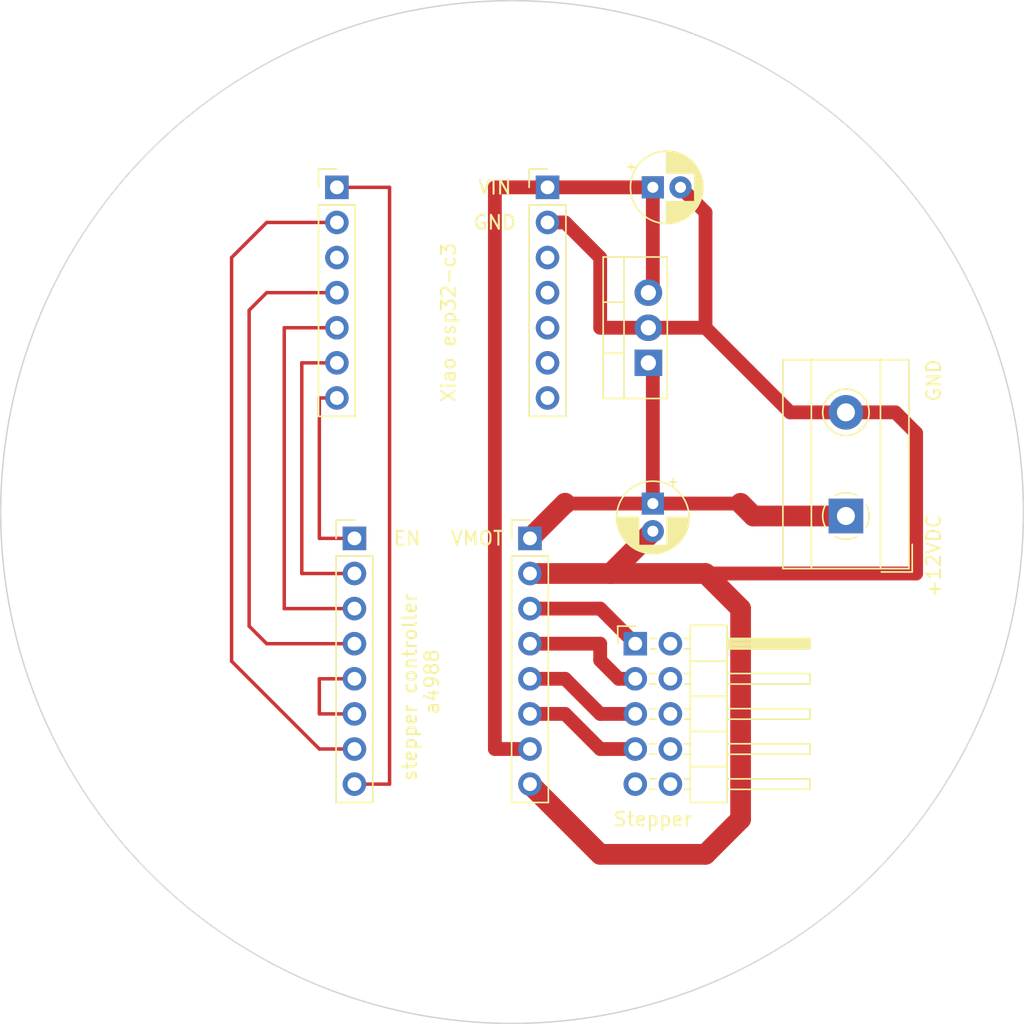
<source format=kicad_pcb>
(kicad_pcb (version 20221018) (generator pcbnew)
  (layers (0 "F.Cu" signal) (31 "B.Cu" signal) (34 "B.Paste" user) (35 "F.Paste" user) (36 "B.SilkS" user "B.Silkscreen") (37 "F.SilkS" user "F.Silkscreen") (38 "B.Mask" user) (39 "F.Mask" user) (44 "Edge.Cuts" user))
  (net 0 "")
  (net 1 "Net-(J4-Pin_1)")
  (net 2 "Net-(J1-Pin_1)")
  (net 3 "Net-(J1-Pin_2)")
  (net 5 "Net-(J1-Pin_4)")
  (net 6 "Net-(J1-Pin_5)")
  (net 7 "Net-(J1-Pin_6)")
  (net 8 "Net-(J1-Pin_7)")
  (net 9 "GND")
  (net 10 "Net-(J2-Pin_5)")
  (net 16 "Net-(J4-Pin_3)")
  (net 17 "Net-(J4-Pin_4)")
  (net 18 "Net-(J4-Pin_5)")
  (net 19 "Net-(J4-Pin_6)")
  (net 20 "+5V")
  (footprint "MountingHole:MountingHole_3.2mm_M3" (layer "F.Cu") (at 106.68 95.25)
    (fp_text reference "H2" hide)
    (fp_text value "MountingHole")
    (pad "" np_thru_hole circle (at 0 0) (size 3.2 3.2) (drill 3.2) (layers "*.Cu" "*.Mask"))
  )
  (footprint "Connector_PinHeader_2.54mm:PinHeader_1x08_P2.54mm_Vertical" (layer "F.Cu") (at 76.2 71.12)
    (fp_text reference "J2" hide)
    (fp_text value "stepper a4988")
    (fp_line (start -1.33 -1.33) (end 0 -1.33) (stroke (width 0.12)) (layer "F.SilkS"))
    (fp_line (start -1.33 0) (end -1.33 -1.33) (stroke (width 0.12)) (layer "F.SilkS"))
    (fp_line (start -1.33 1.27) (end -1.33 19.11) (stroke (width 0.12)) (layer "F.SilkS"))
    (fp_line (start -1.33 1.27) (end 1.33 1.27) (stroke (width 0.12)) (layer "F.SilkS"))
    (fp_line (start -1.33 19.11) (end 1.33 19.11) (stroke (width 0.12)) (layer "F.SilkS"))
    (fp_line (start 1.33 1.27) (end 1.33 19.11) (stroke (width 0.12)) (layer "F.SilkS"))
    (pad "1" thru_hole rect (at 0 0) (size 1.7 1.7) (drill 1) (layers "*.Cu" "*.Mask") (net 8 "Net-(J1-Pin_7)"))
    (pad "2" thru_hole oval (at 0 2.54) (size 1.7 1.7) (drill 1) (layers "*.Cu" "*.Mask") (net 7 "Net-(J1-Pin_6)"))
    (pad "3" thru_hole oval (at 0 5.08) (size 1.7 1.7) (drill 1) (layers "*.Cu" "*.Mask") (net 6 "Net-(J1-Pin_5)"))
    (pad "4" thru_hole oval (at 0 7.62) (size 1.7 1.7) (drill 1) (layers "*.Cu" "*.Mask") (net 5 "Net-(J1-Pin_4)"))
    (pad "5" thru_hole oval (at 0 10.16) (size 1.7 1.7) (drill 1) (layers "*.Cu" "*.Mask") (net 10 "Net-(J2-Pin_5)"))
    (pad "6" thru_hole oval (at 0 12.7) (size 1.7 1.7) (drill 1) (layers "*.Cu" "*.Mask") (net 10 "Net-(J2-Pin_5)"))
    (pad "7" thru_hole oval (at 0 15.24) (size 1.7 1.7) (drill 1) (layers "*.Cu" "*.Mask") (net 3 "Net-(J1-Pin_2)"))
    (pad "8" thru_hole oval (at 0 17.78) (size 1.7 1.7) (drill 1) (layers "*.Cu" "*.Mask") (net 2 "Net-(J1-Pin_1)"))
  )
  (footprint "TerminalBlock_MetzConnect:TerminalBlock_MetzConnect_Type171_RT13702HBWC_1x02_P7.50mm_Horizontal" (layer "F.Cu") (at 111.76 69.5 90)
    (fp_text reference "J6" hide)
    (fp_text value "bornier_alimentation_12VDC")
    (fp_line (start -4.05 2.56) (end -4.05 4.8) (stroke (width 0.12)) (layer "F.SilkS"))
    (fp_line (start -4.05 4.8) (end -2.05 4.8) (stroke (width 0.12)) (layer "F.SilkS"))
    (fp_line (start -3.81 -4.56) (end -3.81 4.56) (stroke (width 0.12)) (layer "F.SilkS"))
    (fp_line (start -3.81 -4.56) (end 11.31 -4.56) (stroke (width 0.12)) (layer "F.SilkS"))
    (fp_line (start -3.81 -2.5) (end 11.31 -2.5) (stroke (width 0.12)) (layer "F.SilkS"))
    (fp_line (start -3.81 2.5) (end 11.31 2.5) (stroke (width 0.12)) (layer "F.SilkS"))
    (fp_line (start -3.81 4.56) (end 11.31 4.56) (stroke (width 0.12)) (layer "F.SilkS"))
    (fp_line (start 6.32 0.976) (end 6.226 1.069) (stroke (width 0.12)) (layer "F.SilkS"))
    (fp_line (start 6.49 1.216) (end 6.431 1.274) (stroke (width 0.12)) (layer "F.SilkS"))
    (fp_line (start 8.57 -1.275) (end 8.511 -1.216) (stroke (width 0.12)) (layer "F.SilkS"))
    (fp_line (start 8.775 -1.069) (end 8.681 -0.976) (stroke (width 0.12)) (layer "F.SilkS"))
    (fp_line (start 11.31 -4.56) (end 11.31 4.56) (stroke (width 0.12)) (layer "F.SilkS"))
    (fp_arc (start -1.483953 0.789089) (mid -1.680708 0.00005) (end -1.484 -0.789) (stroke (width 0.12)) (layer "F.SilkS"))
    (fp_arc (start -0.789089 -1.483953) (mid -0.00005 -1.680708) (end 0.789 -1.484) (stroke (width 0.12)) (layer "F.SilkS"))
    (fp_arc (start 0.029383 1.68045) (mid -0.392304 1.634281) (end -0.789 1.484) (stroke (width 0.12)) (layer "F.SilkS"))
    (fp_arc (start 0.788712 1.483352) (mid 0.406429 1.630097) (end 0 1.68) (stroke (width 0.12)) (layer "F.SilkS"))
    (fp_arc (start 1.483953 -0.789089) (mid 1.680708 -0.00005) (end 1.484 0.789) (stroke (width 0.12)) (layer "F.SilkS"))
    (fp_circle (center 7.5 0) (end 9.18 0) (stroke (width 0.12)) (fill none) (layer "F.SilkS"))
    (pad "1" thru_hole rect (at 0 0 90) (size 2.5 2.5) (drill 1.3) (layers "*.Cu" "*.Mask") (net 1 "Net-(J4-Pin_1)"))
    (pad "2" thru_hole circle (at 7.5 0 90) (size 2.5 2.5) (drill 1.3) (layers "*.Cu" "*.Mask") (net 9 "GND"))
  )
  (footprint "Capacitor_THT:CP_Radial_D5.0mm_P2.00mm" (layer "F.Cu") (at 97.79 45.72)
    (fp_text reference "C1" hide)
    (fp_text value "10uF")
    (fp_line (start -1.804775 -1.475) (end -1.304775 -1.475) (stroke (width 0.12)) (layer "F.SilkS"))
    (fp_line (start -1.554775 -1.725) (end -1.554775 -1.225) (stroke (width 0.12)) (layer "F.SilkS"))
    (fp_line (start 1 -2.58) (end 1 -1.04) (stroke (width 0.12)) (layer "F.SilkS"))
    (fp_line (start 1 1.04) (end 1 2.58) (stroke (width 0.12)) (layer "F.SilkS"))
    (fp_line (start 1.04 -2.58) (end 1.04 -1.04) (stroke (width 0.12)) (layer "F.SilkS"))
    (fp_line (start 1.04 1.04) (end 1.04 2.58) (stroke (width 0.12)) (layer "F.SilkS"))
    (fp_line (start 1.08 -2.579) (end 1.08 -1.04) (stroke (width 0.12)) (layer "F.SilkS"))
    (fp_line (start 1.08 1.04) (end 1.08 2.579) (stroke (width 0.12)) (layer "F.SilkS"))
    (fp_line (start 1.12 -2.578) (end 1.12 -1.04) (stroke (width 0.12)) (layer "F.SilkS"))
    (fp_line (start 1.12 1.04) (end 1.12 2.578) (stroke (width 0.12)) (layer "F.SilkS"))
    (fp_line (start 1.16 -2.576) (end 1.16 -1.04) (stroke (width 0.12)) (layer "F.SilkS"))
    (fp_line (start 1.16 1.04) (end 1.16 2.576) (stroke (width 0.12)) (layer "F.SilkS"))
    (fp_line (start 1.2 -2.573) (end 1.2 -1.04) (stroke (width 0.12)) (layer "F.SilkS"))
    (fp_line (start 1.2 1.04) (end 1.2 2.573) (stroke (width 0.12)) (layer "F.SilkS"))
    (fp_line (start 1.24 -2.569) (end 1.24 -1.04) (stroke (width 0.12)) (layer "F.SilkS"))
    (fp_line (start 1.24 1.04) (end 1.24 2.569) (stroke (width 0.12)) (layer "F.SilkS"))
    (fp_line (start 1.28 -2.565) (end 1.28 -1.04) (stroke (width 0.12)) (layer "F.SilkS"))
    (fp_line (start 1.28 1.04) (end 1.28 2.565) (stroke (width 0.12)) (layer "F.SilkS"))
    (fp_line (start 1.32 -2.561) (end 1.32 -1.04) (stroke (width 0.12)) (layer "F.SilkS"))
    (fp_line (start 1.32 1.04) (end 1.32 2.561) (stroke (width 0.12)) (layer "F.SilkS"))
    (fp_line (start 1.36 -2.556) (end 1.36 -1.04) (stroke (width 0.12)) (layer "F.SilkS"))
    (fp_line (start 1.36 1.04) (end 1.36 2.556) (stroke (width 0.12)) (layer "F.SilkS"))
    (fp_line (start 1.4 -2.55) (end 1.4 -1.04) (stroke (width 0.12)) (layer "F.SilkS"))
    (fp_line (start 1.4 1.04) (end 1.4 2.55) (stroke (width 0.12)) (layer "F.SilkS"))
    (fp_line (start 1.44 -2.543) (end 1.44 -1.04) (stroke (width 0.12)) (layer "F.SilkS"))
    (fp_line (start 1.44 1.04) (end 1.44 2.543) (stroke (width 0.12)) (layer "F.SilkS"))
    (fp_line (start 1.48 -2.536) (end 1.48 -1.04) (stroke (width 0.12)) (layer "F.SilkS"))
    (fp_line (start 1.48 1.04) (end 1.48 2.536) (stroke (width 0.12)) (layer "F.SilkS"))
    (fp_line (start 1.52 -2.528) (end 1.52 -1.04) (stroke (width 0.12)) (layer "F.SilkS"))
    (fp_line (start 1.52 1.04) (end 1.52 2.528) (stroke (width 0.12)) (layer "F.SilkS"))
    (fp_line (start 1.56 -2.52) (end 1.56 -1.04) (stroke (width 0.12)) (layer "F.SilkS"))
    (fp_line (start 1.56 1.04) (end 1.56 2.52) (stroke (width 0.12)) (layer "F.SilkS"))
    (fp_line (start 1.6 -2.511) (end 1.6 -1.04) (stroke (width 0.12)) (layer "F.SilkS"))
    (fp_line (start 1.6 1.04) (end 1.6 2.511) (stroke (width 0.12)) (layer "F.SilkS"))
    (fp_line (start 1.64 -2.501) (end 1.64 -1.04) (stroke (width 0.12)) (layer "F.SilkS"))
    (fp_line (start 1.64 1.04) (end 1.64 2.501) (stroke (width 0.12)) (layer "F.SilkS"))
    (fp_line (start 1.68 -2.491) (end 1.68 -1.04) (stroke (width 0.12)) (layer "F.SilkS"))
    (fp_line (start 1.68 1.04) (end 1.68 2.491) (stroke (width 0.12)) (layer "F.SilkS"))
    (fp_line (start 1.721 -2.48) (end 1.721 -1.04) (stroke (width 0.12)) (layer "F.SilkS"))
    (fp_line (start 1.721 1.04) (end 1.721 2.48) (stroke (width 0.12)) (layer "F.SilkS"))
    (fp_line (start 1.761 -2.468) (end 1.761 -1.04) (stroke (width 0.12)) (layer "F.SilkS"))
    (fp_line (start 1.761 1.04) (end 1.761 2.468) (stroke (width 0.12)) (layer "F.SilkS"))
    (fp_line (start 1.801 -2.455) (end 1.801 -1.04) (stroke (width 0.12)) (layer "F.SilkS"))
    (fp_line (start 1.801 1.04) (end 1.801 2.455) (stroke (width 0.12)) (layer "F.SilkS"))
    (fp_line (start 1.841 -2.442) (end 1.841 -1.04) (stroke (width 0.12)) (layer "F.SilkS"))
    (fp_line (start 1.841 1.04) (end 1.841 2.442) (stroke (width 0.12)) (layer "F.SilkS"))
    (fp_line (start 1.881 -2.428) (end 1.881 -1.04) (stroke (width 0.12)) (layer "F.SilkS"))
    (fp_line (start 1.881 1.04) (end 1.881 2.428) (stroke (width 0.12)) (layer "F.SilkS"))
    (fp_line (start 1.921 -2.414) (end 1.921 -1.04) (stroke (width 0.12)) (layer "F.SilkS"))
    (fp_line (start 1.921 1.04) (end 1.921 2.414) (stroke (width 0.12)) (layer "F.SilkS"))
    (fp_line (start 1.961 -2.398) (end 1.961 -1.04) (stroke (width 0.12)) (layer "F.SilkS"))
    (fp_line (start 1.961 1.04) (end 1.961 2.398) (stroke (width 0.12)) (layer "F.SilkS"))
    (fp_line (start 2.001 -2.382) (end 2.001 -1.04) (stroke (width 0.12)) (layer "F.SilkS"))
    (fp_line (start 2.001 1.04) (end 2.001 2.382) (stroke (width 0.12)) (layer "F.SilkS"))
    (fp_line (start 2.041 -2.365) (end 2.041 -1.04) (stroke (width 0.12)) (layer "F.SilkS"))
    (fp_line (start 2.041 1.04) (end 2.041 2.365) (stroke (width 0.12)) (layer "F.SilkS"))
    (fp_line (start 2.081 -2.348) (end 2.081 -1.04) (stroke (width 0.12)) (layer "F.SilkS"))
    (fp_line (start 2.081 1.04) (end 2.081 2.348) (stroke (width 0.12)) (layer "F.SilkS"))
    (fp_line (start 2.121 -2.329) (end 2.121 -1.04) (stroke (width 0.12)) (layer "F.SilkS"))
    (fp_line (start 2.121 1.04) (end 2.121 2.329) (stroke (width 0.12)) (layer "F.SilkS"))
    (fp_line (start 2.161 -2.31) (end 2.161 -1.04) (stroke (width 0.12)) (layer "F.SilkS"))
    (fp_line (start 2.161 1.04) (end 2.161 2.31) (stroke (width 0.12)) (layer "F.SilkS"))
    (fp_line (start 2.201 -2.29) (end 2.201 -1.04) (stroke (width 0.12)) (layer "F.SilkS"))
    (fp_line (start 2.201 1.04) (end 2.201 2.29) (stroke (width 0.12)) (layer "F.SilkS"))
    (fp_line (start 2.241 -2.268) (end 2.241 -1.04) (stroke (width 0.12)) (layer "F.SilkS"))
    (fp_line (start 2.241 1.04) (end 2.241 2.268) (stroke (width 0.12)) (layer "F.SilkS"))
    (fp_line (start 2.281 -2.247) (end 2.281 -1.04) (stroke (width 0.12)) (layer "F.SilkS"))
    (fp_line (start 2.281 1.04) (end 2.281 2.247) (stroke (width 0.12)) (layer "F.SilkS"))
    (fp_line (start 2.321 -2.224) (end 2.321 -1.04) (stroke (width 0.12)) (layer "F.SilkS"))
    (fp_line (start 2.321 1.04) (end 2.321 2.224) (stroke (width 0.12)) (layer "F.SilkS"))
    (fp_line (start 2.361 -2.2) (end 2.361 -1.04) (stroke (width 0.12)) (layer "F.SilkS"))
    (fp_line (start 2.361 1.04) (end 2.361 2.2) (stroke (width 0.12)) (layer "F.SilkS"))
    (fp_line (start 2.401 -2.175) (end 2.401 -1.04) (stroke (width 0.12)) (layer "F.SilkS"))
    (fp_line (start 2.401 1.04) (end 2.401 2.175) (stroke (width 0.12)) (layer "F.SilkS"))
    (fp_line (start 2.441 -2.149) (end 2.441 -1.04) (stroke (width 0.12)) (layer "F.SilkS"))
    (fp_line (start 2.441 1.04) (end 2.441 2.149) (stroke (width 0.12)) (layer "F.SilkS"))
    (fp_line (start 2.481 -2.122) (end 2.481 -1.04) (stroke (width 0.12)) (layer "F.SilkS"))
    (fp_line (start 2.481 1.04) (end 2.481 2.122) (stroke (width 0.12)) (layer "F.SilkS"))
    (fp_line (start 2.521 -2.095) (end 2.521 -1.04) (stroke (width 0.12)) (layer "F.SilkS"))
    (fp_line (start 2.521 1.04) (end 2.521 2.095) (stroke (width 0.12)) (layer "F.SilkS"))
    (fp_line (start 2.561 -2.065) (end 2.561 -1.04) (stroke (width 0.12)) (layer "F.SilkS"))
    (fp_line (start 2.561 1.04) (end 2.561 2.065) (stroke (width 0.12)) (layer "F.SilkS"))
    (fp_line (start 2.601 -2.035) (end 2.601 -1.04) (stroke (width 0.12)) (layer "F.SilkS"))
    (fp_line (start 2.601 1.04) (end 2.601 2.035) (stroke (width 0.12)) (layer "F.SilkS"))
    (fp_line (start 2.641 -2.004) (end 2.641 -1.04) (stroke (width 0.12)) (layer "F.SilkS"))
    (fp_line (start 2.641 1.04) (end 2.641 2.004) (stroke (width 0.12)) (layer "F.SilkS"))
    (fp_line (start 2.681 -1.971) (end 2.681 -1.04) (stroke (width 0.12)) (layer "F.SilkS"))
    (fp_line (start 2.681 1.04) (end 2.681 1.971) (stroke (width 0.12)) (layer "F.SilkS"))
    (fp_line (start 2.721 -1.937) (end 2.721 -1.04) (stroke (width 0.12)) (layer "F.SilkS"))
    (fp_line (start 2.721 1.04) (end 2.721 1.937) (stroke (width 0.12)) (layer "F.SilkS"))
    (fp_line (start 2.761 -1.901) (end 2.761 -1.04) (stroke (width 0.12)) (layer "F.SilkS"))
    (fp_line (start 2.761 1.04) (end 2.761 1.901) (stroke (width 0.12)) (layer "F.SilkS"))
    (fp_line (start 2.801 -1.864) (end 2.801 -1.04) (stroke (width 0.12)) (layer "F.SilkS"))
    (fp_line (start 2.801 1.04) (end 2.801 1.864) (stroke (width 0.12)) (layer "F.SilkS"))
    (fp_line (start 2.841 -1.826) (end 2.841 -1.04) (stroke (width 0.12)) (layer "F.SilkS"))
    (fp_line (start 2.841 1.04) (end 2.841 1.826) (stroke (width 0.12)) (layer "F.SilkS"))
    (fp_line (start 2.881 -1.785) (end 2.881 -1.04) (stroke (width 0.12)) (layer "F.SilkS"))
    (fp_line (start 2.881 1.04) (end 2.881 1.785) (stroke (width 0.12)) (layer "F.SilkS"))
    (fp_line (start 2.921 -1.743) (end 2.921 -1.04) (stroke (width 0.12)) (layer "F.SilkS"))
    (fp_line (start 2.921 1.04) (end 2.921 1.743) (stroke (width 0.12)) (layer "F.SilkS"))
    (fp_line (start 2.961 -1.699) (end 2.961 -1.04) (stroke (width 0.12)) (layer "F.SilkS"))
    (fp_line (start 2.961 1.04) (end 2.961 1.699) (stroke (width 0.12)) (layer "F.SilkS"))
    (fp_line (start 3.001 -1.653) (end 3.001 -1.04) (stroke (width 0.12)) (layer "F.SilkS"))
    (fp_line (start 3.001 1.04) (end 3.001 1.653) (stroke (width 0.12)) (layer "F.SilkS"))
    (fp_line (start 3.041 -1.605) (end 3.041 1.605) (stroke (width 0.12)) (layer "F.SilkS"))
    (fp_line (start 3.081 -1.554) (end 3.081 1.554) (stroke (width 0.12)) (layer "F.SilkS"))
    (fp_line (start 3.121 -1.5) (end 3.121 1.5) (stroke (width 0.12)) (layer "F.SilkS"))
    (fp_line (start 3.161 -1.443) (end 3.161 1.443) (stroke (width 0.12)) (layer "F.SilkS"))
    (fp_line (start 3.201 -1.383) (end 3.201 1.383) (stroke (width 0.12)) (layer "F.SilkS"))
    (fp_line (start 3.241 -1.319) (end 3.241 1.319) (stroke (width 0.12)) (layer "F.SilkS"))
    (fp_line (start 3.281 -1.251) (end 3.281 1.251) (stroke (width 0.12)) (layer "F.SilkS"))
    (fp_line (start 3.321 -1.178) (end 3.321 1.178) (stroke (width 0.12)) (layer "F.SilkS"))
    (fp_line (start 3.361 -1.098) (end 3.361 1.098) (stroke (width 0.12)) (layer "F.SilkS"))
    (fp_line (start 3.401 -1.011) (end 3.401 1.011) (stroke (width 0.12)) (layer "F.SilkS"))
    (fp_line (start 3.441 -0.915) (end 3.441 0.915) (stroke (width 0.12)) (layer "F.SilkS"))
    (fp_line (start 3.481 -0.805) (end 3.481 0.805) (stroke (width 0.12)) (layer "F.SilkS"))
    (fp_line (start 3.521 -0.677) (end 3.521 0.677) (stroke (width 0.12)) (layer "F.SilkS"))
    (fp_line (start 3.561 -0.518) (end 3.561 0.518) (stroke (width 0.12)) (layer "F.SilkS"))
    (fp_line (start 3.601 -0.284) (end 3.601 0.284) (stroke (width 0.12)) (layer "F.SilkS"))
    (fp_circle (center 1 0) (end 3.62 0) (stroke (width 0.12)) (fill none) (layer "F.SilkS"))
    (pad "1" thru_hole rect (at 0 0) (size 1.6 1.6) (drill 0.8) (layers "*.Cu" "*.Mask") (net 20 "+5V"))
    (pad "2" thru_hole circle (at 2 0) (size 1.6 1.6) (drill 0.8) (layers "*.Cu" "*.Mask") (net 9 "GND"))
  )
  (footprint "Capacitor_THT:CP_Radial_D5.0mm_P2.00mm" (layer "F.Cu") (at 97.79 68.6 -90)
    (fp_text reference "C2" hide)
    (fp_text value "100uF")
    (fp_line (start -1.804775 -1.475) (end -1.304775 -1.475) (stroke (width 0.12)) (layer "F.SilkS"))
    (fp_line (start -1.554775 -1.725) (end -1.554775 -1.225) (stroke (width 0.12)) (layer "F.SilkS"))
    (fp_line (start 1 -2.58) (end 1 -1.04) (stroke (width 0.12)) (layer "F.SilkS"))
    (fp_line (start 1 1.04) (end 1 2.58) (stroke (width 0.12)) (layer "F.SilkS"))
    (fp_line (start 1.04 -2.58) (end 1.04 -1.04) (stroke (width 0.12)) (layer "F.SilkS"))
    (fp_line (start 1.04 1.04) (end 1.04 2.58) (stroke (width 0.12)) (layer "F.SilkS"))
    (fp_line (start 1.08 -2.579) (end 1.08 -1.04) (stroke (width 0.12)) (layer "F.SilkS"))
    (fp_line (start 1.08 1.04) (end 1.08 2.579) (stroke (width 0.12)) (layer "F.SilkS"))
    (fp_line (start 1.12 -2.578) (end 1.12 -1.04) (stroke (width 0.12)) (layer "F.SilkS"))
    (fp_line (start 1.12 1.04) (end 1.12 2.578) (stroke (width 0.12)) (layer "F.SilkS"))
    (fp_line (start 1.16 -2.576) (end 1.16 -1.04) (stroke (width 0.12)) (layer "F.SilkS"))
    (fp_line (start 1.16 1.04) (end 1.16 2.576) (stroke (width 0.12)) (layer "F.SilkS"))
    (fp_line (start 1.2 -2.573) (end 1.2 -1.04) (stroke (width 0.12)) (layer "F.SilkS"))
    (fp_line (start 1.2 1.04) (end 1.2 2.573) (stroke (width 0.12)) (layer "F.SilkS"))
    (fp_line (start 1.24 -2.569) (end 1.24 -1.04) (stroke (width 0.12)) (layer "F.SilkS"))
    (fp_line (start 1.24 1.04) (end 1.24 2.569) (stroke (width 0.12)) (layer "F.SilkS"))
    (fp_line (start 1.28 -2.565) (end 1.28 -1.04) (stroke (width 0.12)) (layer "F.SilkS"))
    (fp_line (start 1.28 1.04) (end 1.28 2.565) (stroke (width 0.12)) (layer "F.SilkS"))
    (fp_line (start 1.32 -2.561) (end 1.32 -1.04) (stroke (width 0.12)) (layer "F.SilkS"))
    (fp_line (start 1.32 1.04) (end 1.32 2.561) (stroke (width 0.12)) (layer "F.SilkS"))
    (fp_line (start 1.36 -2.556) (end 1.36 -1.04) (stroke (width 0.12)) (layer "F.SilkS"))
    (fp_line (start 1.36 1.04) (end 1.36 2.556) (stroke (width 0.12)) (layer "F.SilkS"))
    (fp_line (start 1.4 -2.55) (end 1.4 -1.04) (stroke (width 0.12)) (layer "F.SilkS"))
    (fp_line (start 1.4 1.04) (end 1.4 2.55) (stroke (width 0.12)) (layer "F.SilkS"))
    (fp_line (start 1.44 -2.543) (end 1.44 -1.04) (stroke (width 0.12)) (layer "F.SilkS"))
    (fp_line (start 1.44 1.04) (end 1.44 2.543) (stroke (width 0.12)) (layer "F.SilkS"))
    (fp_line (start 1.48 -2.536) (end 1.48 -1.04) (stroke (width 0.12)) (layer "F.SilkS"))
    (fp_line (start 1.48 1.04) (end 1.48 2.536) (stroke (width 0.12)) (layer "F.SilkS"))
    (fp_line (start 1.52 -2.528) (end 1.52 -1.04) (stroke (width 0.12)) (layer "F.SilkS"))
    (fp_line (start 1.52 1.04) (end 1.52 2.528) (stroke (width 0.12)) (layer "F.SilkS"))
    (fp_line (start 1.56 -2.52) (end 1.56 -1.04) (stroke (width 0.12)) (layer "F.SilkS"))
    (fp_line (start 1.56 1.04) (end 1.56 2.52) (stroke (width 0.12)) (layer "F.SilkS"))
    (fp_line (start 1.6 -2.511) (end 1.6 -1.04) (stroke (width 0.12)) (layer "F.SilkS"))
    (fp_line (start 1.6 1.04) (end 1.6 2.511) (stroke (width 0.12)) (layer "F.SilkS"))
    (fp_line (start 1.64 -2.501) (end 1.64 -1.04) (stroke (width 0.12)) (layer "F.SilkS"))
    (fp_line (start 1.64 1.04) (end 1.64 2.501) (stroke (width 0.12)) (layer "F.SilkS"))
    (fp_line (start 1.68 -2.491) (end 1.68 -1.04) (stroke (width 0.12)) (layer "F.SilkS"))
    (fp_line (start 1.68 1.04) (end 1.68 2.491) (stroke (width 0.12)) (layer "F.SilkS"))
    (fp_line (start 1.721 -2.48) (end 1.721 -1.04) (stroke (width 0.12)) (layer "F.SilkS"))
    (fp_line (start 1.721 1.04) (end 1.721 2.48) (stroke (width 0.12)) (layer "F.SilkS"))
    (fp_line (start 1.761 -2.468) (end 1.761 -1.04) (stroke (width 0.12)) (layer "F.SilkS"))
    (fp_line (start 1.761 1.04) (end 1.761 2.468) (stroke (width 0.12)) (layer "F.SilkS"))
    (fp_line (start 1.801 -2.455) (end 1.801 -1.04) (stroke (width 0.12)) (layer "F.SilkS"))
    (fp_line (start 1.801 1.04) (end 1.801 2.455) (stroke (width 0.12)) (layer "F.SilkS"))
    (fp_line (start 1.841 -2.442) (end 1.841 -1.04) (stroke (width 0.12)) (layer "F.SilkS"))
    (fp_line (start 1.841 1.04) (end 1.841 2.442) (stroke (width 0.12)) (layer "F.SilkS"))
    (fp_line (start 1.881 -2.428) (end 1.881 -1.04) (stroke (width 0.12)) (layer "F.SilkS"))
    (fp_line (start 1.881 1.04) (end 1.881 2.428) (stroke (width 0.12)) (layer "F.SilkS"))
    (fp_line (start 1.921 -2.414) (end 1.921 -1.04) (stroke (width 0.12)) (layer "F.SilkS"))
    (fp_line (start 1.921 1.04) (end 1.921 2.414) (stroke (width 0.12)) (layer "F.SilkS"))
    (fp_line (start 1.961 -2.398) (end 1.961 -1.04) (stroke (width 0.12)) (layer "F.SilkS"))
    (fp_line (start 1.961 1.04) (end 1.961 2.398) (stroke (width 0.12)) (layer "F.SilkS"))
    (fp_line (start 2.001 -2.382) (end 2.001 -1.04) (stroke (width 0.12)) (layer "F.SilkS"))
    (fp_line (start 2.001 1.04) (end 2.001 2.382) (stroke (width 0.12)) (layer "F.SilkS"))
    (fp_line (start 2.041 -2.365) (end 2.041 -1.04) (stroke (width 0.12)) (layer "F.SilkS"))
    (fp_line (start 2.041 1.04) (end 2.041 2.365) (stroke (width 0.12)) (layer "F.SilkS"))
    (fp_line (start 2.081 -2.348) (end 2.081 -1.04) (stroke (width 0.12)) (layer "F.SilkS"))
    (fp_line (start 2.081 1.04) (end 2.081 2.348) (stroke (width 0.12)) (layer "F.SilkS"))
    (fp_line (start 2.121 -2.329) (end 2.121 -1.04) (stroke (width 0.12)) (layer "F.SilkS"))
    (fp_line (start 2.121 1.04) (end 2.121 2.329) (stroke (width 0.12)) (layer "F.SilkS"))
    (fp_line (start 2.161 -2.31) (end 2.161 -1.04) (stroke (width 0.12)) (layer "F.SilkS"))
    (fp_line (start 2.161 1.04) (end 2.161 2.31) (stroke (width 0.12)) (layer "F.SilkS"))
    (fp_line (start 2.201 -2.29) (end 2.201 -1.04) (stroke (width 0.12)) (layer "F.SilkS"))
    (fp_line (start 2.201 1.04) (end 2.201 2.29) (stroke (width 0.12)) (layer "F.SilkS"))
    (fp_line (start 2.241 -2.268) (end 2.241 -1.04) (stroke (width 0.12)) (layer "F.SilkS"))
    (fp_line (start 2.241 1.04) (end 2.241 2.268) (stroke (width 0.12)) (layer "F.SilkS"))
    (fp_line (start 2.281 -2.247) (end 2.281 -1.04) (stroke (width 0.12)) (layer "F.SilkS"))
    (fp_line (start 2.281 1.04) (end 2.281 2.247) (stroke (width 0.12)) (layer "F.SilkS"))
    (fp_line (start 2.321 -2.224) (end 2.321 -1.04) (stroke (width 0.12)) (layer "F.SilkS"))
    (fp_line (start 2.321 1.04) (end 2.321 2.224) (stroke (width 0.12)) (layer "F.SilkS"))
    (fp_line (start 2.361 -2.2) (end 2.361 -1.04) (stroke (width 0.12)) (layer "F.SilkS"))
    (fp_line (start 2.361 1.04) (end 2.361 2.2) (stroke (width 0.12)) (layer "F.SilkS"))
    (fp_line (start 2.401 -2.175) (end 2.401 -1.04) (stroke (width 0.12)) (layer "F.SilkS"))
    (fp_line (start 2.401 1.04) (end 2.401 2.175) (stroke (width 0.12)) (layer "F.SilkS"))
    (fp_line (start 2.441 -2.149) (end 2.441 -1.04) (stroke (width 0.12)) (layer "F.SilkS"))
    (fp_line (start 2.441 1.04) (end 2.441 2.149) (stroke (width 0.12)) (layer "F.SilkS"))
    (fp_line (start 2.481 -2.122) (end 2.481 -1.04) (stroke (width 0.12)) (layer "F.SilkS"))
    (fp_line (start 2.481 1.04) (end 2.481 2.122) (stroke (width 0.12)) (layer "F.SilkS"))
    (fp_line (start 2.521 -2.095) (end 2.521 -1.04) (stroke (width 0.12)) (layer "F.SilkS"))
    (fp_line (start 2.521 1.04) (end 2.521 2.095) (stroke (width 0.12)) (layer "F.SilkS"))
    (fp_line (start 2.561 -2.065) (end 2.561 -1.04) (stroke (width 0.12)) (layer "F.SilkS"))
    (fp_line (start 2.561 1.04) (end 2.561 2.065) (stroke (width 0.12)) (layer "F.SilkS"))
    (fp_line (start 2.601 -2.035) (end 2.601 -1.04) (stroke (width 0.12)) (layer "F.SilkS"))
    (fp_line (start 2.601 1.04) (end 2.601 2.035) (stroke (width 0.12)) (layer "F.SilkS"))
    (fp_line (start 2.641 -2.004) (end 2.641 -1.04) (stroke (width 0.12)) (layer "F.SilkS"))
    (fp_line (start 2.641 1.04) (end 2.641 2.004) (stroke (width 0.12)) (layer "F.SilkS"))
    (fp_line (start 2.681 -1.971) (end 2.681 -1.04) (stroke (width 0.12)) (layer "F.SilkS"))
    (fp_line (start 2.681 1.04) (end 2.681 1.971) (stroke (width 0.12)) (layer "F.SilkS"))
    (fp_line (start 2.721 -1.937) (end 2.721 -1.04) (stroke (width 0.12)) (layer "F.SilkS"))
    (fp_line (start 2.721 1.04) (end 2.721 1.937) (stroke (width 0.12)) (layer "F.SilkS"))
    (fp_line (start 2.761 -1.901) (end 2.761 -1.04) (stroke (width 0.12)) (layer "F.SilkS"))
    (fp_line (start 2.761 1.04) (end 2.761 1.901) (stroke (width 0.12)) (layer "F.SilkS"))
    (fp_line (start 2.801 -1.864) (end 2.801 -1.04) (stroke (width 0.12)) (layer "F.SilkS"))
    (fp_line (start 2.801 1.04) (end 2.801 1.864) (stroke (width 0.12)) (layer "F.SilkS"))
    (fp_line (start 2.841 -1.826) (end 2.841 -1.04) (stroke (width 0.12)) (layer "F.SilkS"))
    (fp_line (start 2.841 1.04) (end 2.841 1.826) (stroke (width 0.12)) (layer "F.SilkS"))
    (fp_line (start 2.881 -1.785) (end 2.881 -1.04) (stroke (width 0.12)) (layer "F.SilkS"))
    (fp_line (start 2.881 1.04) (end 2.881 1.785) (stroke (width 0.12)) (layer "F.SilkS"))
    (fp_line (start 2.921 -1.743) (end 2.921 -1.04) (stroke (width 0.12)) (layer "F.SilkS"))
    (fp_line (start 2.921 1.04) (end 2.921 1.743) (stroke (width 0.12)) (layer "F.SilkS"))
    (fp_line (start 2.961 -1.699) (end 2.961 -1.04) (stroke (width 0.12)) (layer "F.SilkS"))
    (fp_line (start 2.961 1.04) (end 2.961 1.699) (stroke (width 0.12)) (layer "F.SilkS"))
    (fp_line (start 3.001 -1.653) (end 3.001 -1.04) (stroke (width 0.12)) (layer "F.SilkS"))
    (fp_line (start 3.001 1.04) (end 3.001 1.653) (stroke (width 0.12)) (layer "F.SilkS"))
    (fp_line (start 3.041 -1.605) (end 3.041 1.605) (stroke (width 0.12)) (layer "F.SilkS"))
    (fp_line (start 3.081 -1.554) (end 3.081 1.554) (stroke (width 0.12)) (layer "F.SilkS"))
    (fp_line (start 3.121 -1.5) (end 3.121 1.5) (stroke (width 0.12)) (layer "F.SilkS"))
    (fp_line (start 3.161 -1.443) (end 3.161 1.443) (stroke (width 0.12)) (layer "F.SilkS"))
    (fp_line (start 3.201 -1.383) (end 3.201 1.383) (stroke (width 0.12)) (layer "F.SilkS"))
    (fp_line (start 3.241 -1.319) (end 3.241 1.319) (stroke (width 0.12)) (layer "F.SilkS"))
    (fp_line (start 3.281 -1.251) (end 3.281 1.251) (stroke (width 0.12)) (layer "F.SilkS"))
    (fp_line (start 3.321 -1.178) (end 3.321 1.178) (stroke (width 0.12)) (layer "F.SilkS"))
    (fp_line (start 3.361 -1.098) (end 3.361 1.098) (stroke (width 0.12)) (layer "F.SilkS"))
    (fp_line (start 3.401 -1.011) (end 3.401 1.011) (stroke (width 0.12)) (layer "F.SilkS"))
    (fp_line (start 3.441 -0.915) (end 3.441 0.915) (stroke (width 0.12)) (layer "F.SilkS"))
    (fp_line (start 3.481 -0.805) (end 3.481 0.805) (stroke (width 0.12)) (layer "F.SilkS"))
    (fp_line (start 3.521 -0.677) (end 3.521 0.677) (stroke (width 0.12)) (layer "F.SilkS"))
    (fp_line (start 3.561 -0.518) (end 3.561 0.518) (stroke (width 0.12)) (layer "F.SilkS"))
    (fp_line (start 3.601 -0.284) (end 3.601 0.284) (stroke (width 0.12)) (layer "F.SilkS"))
    (fp_circle (center 1 0) (end 3.62 0) (stroke (width 0.12)) (fill none) (layer "F.SilkS"))
    (pad "1" thru_hole rect (at 0 0 270) (size 1.6 1.6) (drill 0.8) (layers "*.Cu" "*.Mask") (net 1 "Net-(J4-Pin_1)"))
    (pad "2" thru_hole circle (at 2 0 270) (size 1.6 1.6) (drill 0.8) (layers "*.Cu" "*.Mask") (net 9 "GND"))
  )
  (footprint "MountingHole:MountingHole_3.2mm_M3" (layer "F.Cu") (at 68.58 43.18)
    (fp_text reference "H4" hide)
    (fp_text value "MountingHole")
    (pad "" np_thru_hole circle (at 0 0) (size 3.2 3.2) (drill 3.2) (layers "*.Cu" "*.Mask"))
  )
  (footprint "Package_TO_SOT_THT:TO-220-3_Vertical" (layer "F.Cu") (at 97.465 58.42 90)
    (fp_text reference "U1" hide)
    (fp_text value "LM7805_TO220")
    (fp_line (start -2.58 -3.27) (end -2.58 1.371) (stroke (width 0.12)) (layer "F.SilkS"))
    (fp_line (start -2.58 -3.27) (end 7.66 -3.27) (stroke (width 0.12)) (layer "F.SilkS"))
    (fp_line (start -2.58 -1.76) (end 7.66 -1.76) (stroke (width 0.12)) (layer "F.SilkS"))
    (fp_line (start -2.58 1.371) (end 7.66 1.371) (stroke (width 0.12)) (layer "F.SilkS"))
    (fp_line (start 0.69 -3.27) (end 0.69 -1.76) (stroke (width 0.12)) (layer "F.SilkS"))
    (fp_line (start 4.391 -3.27) (end 4.391 -1.76) (stroke (width 0.12)) (layer "F.SilkS"))
    (fp_line (start 7.66 -3.27) (end 7.66 1.371) (stroke (width 0.12)) (layer "F.SilkS"))
    (pad "1" thru_hole rect (at 0 0 90) (size 1.905 2) (drill 1.1) (layers "*.Cu" "*.Mask") (net 1 "Net-(J4-Pin_1)"))
    (pad "2" thru_hole oval (at 2.54 0 90) (size 1.905 2) (drill 1.1) (layers "*.Cu" "*.Mask") (net 9 "GND"))
    (pad "3" thru_hole oval (at 5.08 0 90) (size 1.905 2) (drill 1.1) (layers "*.Cu" "*.Mask") (net 20 "+5V"))
  )
  (footprint "Connector_PinHeader_2.54mm:PinHeader_2x05_P2.54mm_Horizontal" (layer "F.Cu") (at 96.52 78.74)
    (fp_text reference "J7" hide)
    (fp_text value "Conn_02x05_Odd_Even")
    (fp_line (start -1.27 -1.27) (end 0 -1.27) (stroke (width 0.12)) (layer "F.SilkS"))
    (fp_line (start -1.27 0) (end -1.27 -1.27) (stroke (width 0.12)) (layer "F.SilkS"))
    (fp_line (start 1.042929 2.16) (end 1.497071 2.16) (stroke (width 0.12)) (layer "F.SilkS"))
    (fp_line (start 1.042929 2.92) (end 1.497071 2.92) (stroke (width 0.12)) (layer "F.SilkS"))
    (fp_line (start 1.042929 4.7) (end 1.497071 4.7) (stroke (width 0.12)) (layer "F.SilkS"))
    (fp_line (start 1.042929 5.46) (end 1.497071 5.46) (stroke (width 0.12)) (layer "F.SilkS"))
    (fp_line (start 1.042929 7.24) (end 1.497071 7.24) (stroke (width 0.12)) (layer "F.SilkS"))
    (fp_line (start 1.042929 8) (end 1.497071 8) (stroke (width 0.12)) (layer "F.SilkS"))
    (fp_line (start 1.042929 9.78) (end 1.497071 9.78) (stroke (width 0.12)) (layer "F.SilkS"))
    (fp_line (start 1.042929 10.54) (end 1.497071 10.54) (stroke (width 0.12)) (layer "F.SilkS"))
    (fp_line (start 1.11 -0.38) (end 1.497071 -0.38) (stroke (width 0.12)) (layer "F.SilkS"))
    (fp_line (start 1.11 0.38) (end 1.497071 0.38) (stroke (width 0.12)) (layer "F.SilkS"))
    (fp_line (start 3.582929 -0.38) (end 3.98 -0.38) (stroke (width 0.12)) (layer "F.SilkS"))
    (fp_line (start 3.582929 0.38) (end 3.98 0.38) (stroke (width 0.12)) (layer "F.SilkS"))
    (fp_line (start 3.582929 2.16) (end 3.98 2.16) (stroke (width 0.12)) (layer "F.SilkS"))
    (fp_line (start 3.582929 2.92) (end 3.98 2.92) (stroke (width 0.12)) (layer "F.SilkS"))
    (fp_line (start 3.582929 4.7) (end 3.98 4.7) (stroke (width 0.12)) (layer "F.SilkS"))
    (fp_line (start 3.582929 5.46) (end 3.98 5.46) (stroke (width 0.12)) (layer "F.SilkS"))
    (fp_line (start 3.582929 7.24) (end 3.98 7.24) (stroke (width 0.12)) (layer "F.SilkS"))
    (fp_line (start 3.582929 8) (end 3.98 8) (stroke (width 0.12)) (layer "F.SilkS"))
    (fp_line (start 3.582929 9.78) (end 3.98 9.78) (stroke (width 0.12)) (layer "F.SilkS"))
    (fp_line (start 3.582929 10.54) (end 3.98 10.54) (stroke (width 0.12)) (layer "F.SilkS"))
    (fp_line (start 3.98 -1.33) (end 3.98 11.49) (stroke (width 0.12)) (layer "F.SilkS"))
    (fp_line (start 3.98 1.27) (end 6.64 1.27) (stroke (width 0.12)) (layer "F.SilkS"))
    (fp_line (start 3.98 3.81) (end 6.64 3.81) (stroke (width 0.12)) (layer "F.SilkS"))
    (fp_line (start 3.98 6.35) (end 6.64 6.35) (stroke (width 0.12)) (layer "F.SilkS"))
    (fp_line (start 3.98 8.89) (end 6.64 8.89) (stroke (width 0.12)) (layer "F.SilkS"))
    (fp_line (start 3.98 11.49) (end 6.64 11.49) (stroke (width 0.12)) (layer "F.SilkS"))
    (fp_line (start 6.64 -1.33) (end 3.98 -1.33) (stroke (width 0.12)) (layer "F.SilkS"))
    (fp_line (start 6.64 -0.38) (end 12.64 -0.38) (stroke (width 0.12)) (layer "F.SilkS"))
    (fp_line (start 6.64 -0.32) (end 12.64 -0.32) (stroke (width 0.12)) (layer "F.SilkS"))
    (fp_line (start 6.64 -0.2) (end 12.64 -0.2) (stroke (width 0.12)) (layer "F.SilkS"))
    (fp_line (start 6.64 -0.08) (end 12.64 -0.08) (stroke (width 0.12)) (layer "F.SilkS"))
    (fp_line (start 6.64 0.04) (end 12.64 0.04) (stroke (width 0.12)) (layer "F.SilkS"))
    (fp_line (start 6.64 0.16) (end 12.64 0.16) (stroke (width 0.12)) (layer "F.SilkS"))
    (fp_line (start 6.64 0.28) (end 12.64 0.28) (stroke (width 0.12)) (layer "F.SilkS"))
    (fp_line (start 6.64 2.16) (end 12.64 2.16) (stroke (width 0.12)) (layer "F.SilkS"))
    (fp_line (start 6.64 4.7) (end 12.64 4.7) (stroke (width 0.12)) (layer "F.SilkS"))
    (fp_line (start 6.64 7.24) (end 12.64 7.24) (stroke (width 0.12)) (layer "F.SilkS"))
    (fp_line (start 6.64 9.78) (end 12.64 9.78) (stroke (width 0.12)) (layer "F.SilkS"))
    (fp_line (start 6.64 11.49) (end 6.64 -1.33) (stroke (width 0.12)) (layer "F.SilkS"))
    (fp_line (start 12.64 -0.38) (end 12.64 0.38) (stroke (width 0.12)) (layer "F.SilkS"))
    (fp_line (start 12.64 0.38) (end 6.64 0.38) (stroke (width 0.12)) (layer "F.SilkS"))
    (fp_line (start 12.64 2.16) (end 12.64 2.92) (stroke (width 0.12)) (layer "F.SilkS"))
    (fp_line (start 12.64 2.92) (end 6.64 2.92) (stroke (width 0.12)) (layer "F.SilkS"))
    (fp_line (start 12.64 4.7) (end 12.64 5.46) (stroke (width 0.12)) (layer "F.SilkS"))
    (fp_line (start 12.64 5.46) (end 6.64 5.46) (stroke (width 0.12)) (layer "F.SilkS"))
    (fp_line (start 12.64 7.24) (end 12.64 8) (stroke (width 0.12)) (layer "F.SilkS"))
    (fp_line (start 12.64 8) (end 6.64 8) (stroke (width 0.12)) (layer "F.SilkS"))
    (fp_line (start 12.64 9.78) (end 12.64 10.54) (stroke (width 0.12)) (layer "F.SilkS"))
    (fp_line (start 12.64 10.54) (end 6.64 10.54) (stroke (width 0.12)) (layer "F.SilkS"))
    (pad "1" thru_hole rect (at 0 0) (size 1.7 1.7) (drill 1) (layers "*.Cu" "*.Mask") (net 16 "Net-(J4-Pin_3)"))
    (pad "2" thru_hole oval (at 2.54 0) (size 1.7 1.7) (drill 1) (layers "*.Cu" "*.Mask"))
    (pad "3" thru_hole oval (at 0 2.54) (size 1.7 1.7) (drill 1) (layers "*.Cu" "*.Mask") (net 17 "Net-(J4-Pin_4)"))
    (pad "4" thru_hole oval (at 2.54 2.54) (size 1.7 1.7) (drill 1) (layers "*.Cu" "*.Mask"))
    (pad "5" thru_hole oval (at 0 5.08) (size 1.7 1.7) (drill 1) (layers "*.Cu" "*.Mask") (net 18 "Net-(J4-Pin_5)"))
    (pad "6" thru_hole oval (at 2.54 5.08) (size 1.7 1.7) (drill 1) (layers "*.Cu" "*.Mask"))
    (pad "7" thru_hole oval (at 0 7.62) (size 1.7 1.7) (drill 1) (layers "*.Cu" "*.Mask") (net 19 "Net-(J4-Pin_6)"))
    (pad "8" thru_hole oval (at 2.54 7.62) (size 1.7 1.7) (drill 1) (layers "*.Cu" "*.Mask"))
    (pad "9" thru_hole oval (at 0 10.16) (size 1.7 1.7) (drill 1) (layers "*.Cu" "*.Mask"))
    (pad "10" thru_hole oval (at 2.54 10.16) (size 1.7 1.7) (drill 1) (layers "*.Cu" "*.Mask"))
  )
  (footprint "Connector_PinHeader_2.54mm:PinHeader_1x08_P2.54mm_Vertical" (layer "F.Cu") (at 88.9 71.12)
    (fp_text reference "J4" hide)
    (fp_text value ".")
    (fp_line (start -1.33 -1.33) (end 0 -1.33) (stroke (width 0.12)) (layer "F.SilkS"))
    (fp_line (start -1.33 0) (end -1.33 -1.33) (stroke (width 0.12)) (layer "F.SilkS"))
    (fp_line (start -1.33 1.27) (end -1.33 19.11) (stroke (width 0.12)) (layer "F.SilkS"))
    (fp_line (start -1.33 1.27) (end 1.33 1.27) (stroke (width 0.12)) (layer "F.SilkS"))
    (fp_line (start -1.33 19.11) (end 1.33 19.11) (stroke (width 0.12)) (layer "F.SilkS"))
    (fp_line (start 1.33 1.27) (end 1.33 19.11) (stroke (width 0.12)) (layer "F.SilkS"))
    (pad "1" thru_hole rect (at 0 0) (size 1.7 1.7) (drill 1) (layers "*.Cu" "*.Mask") (net 1 "Net-(J4-Pin_1)"))
    (pad "2" thru_hole oval (at 0 2.54) (size 1.7 1.7) (drill 1) (layers "*.Cu" "*.Mask") (net 9 "GND"))
    (pad "3" thru_hole oval (at 0 5.08) (size 1.7 1.7) (drill 1) (layers "*.Cu" "*.Mask") (net 16 "Net-(J4-Pin_3)"))
    (pad "4" thru_hole oval (at 0 7.62) (size 1.7 1.7) (drill 1) (layers "*.Cu" "*.Mask") (net 17 "Net-(J4-Pin_4)"))
    (pad "5" thru_hole oval (at 0 10.16) (size 1.7 1.7) (drill 1) (layers "*.Cu" "*.Mask") (net 18 "Net-(J4-Pin_5)"))
    (pad "6" thru_hole oval (at 0 12.7) (size 1.7 1.7) (drill 1) (layers "*.Cu" "*.Mask") (net 19 "Net-(J4-Pin_6)"))
    (pad "7" thru_hole oval (at 0 15.24) (size 1.7 1.7) (drill 1) (layers "*.Cu" "*.Mask") (net 20 "+5V"))
    (pad "8" thru_hole oval (at 0 17.78) (size 1.7 1.7) (drill 1) (layers "*.Cu" "*.Mask") (net 9 "GND"))
  )
  (footprint "Connector_PinHeader_2.54mm:PinHeader_1x07_P2.54mm_Vertical" (layer "F.Cu") (at 74.93 45.72)
    (fp_text reference "J1" hide)
    (fp_text value "xiao esp32-c3")
    (fp_line (start -1.33 -1.33) (end 0 -1.33) (stroke (width 0.12)) (layer "F.SilkS"))
    (fp_line (start -1.33 0) (end -1.33 -1.33) (stroke (width 0.12)) (layer "F.SilkS"))
    (fp_line (start -1.33 1.27) (end -1.33 16.57) (stroke (width 0.12)) (layer "F.SilkS"))
    (fp_line (start -1.33 1.27) (end 1.33 1.27) (stroke (width 0.12)) (layer "F.SilkS"))
    (fp_line (start -1.33 16.57) (end 1.33 16.57) (stroke (width 0.12)) (layer "F.SilkS"))
    (fp_line (start 1.33 1.27) (end 1.33 16.57) (stroke (width 0.12)) (layer "F.SilkS"))
    (pad "1" thru_hole rect (at 0 0) (size 1.7 1.7) (drill 1) (layers "*.Cu" "*.Mask") (net 2 "Net-(J1-Pin_1)"))
    (pad "2" thru_hole oval (at 0 2.54) (size 1.7 1.7) (drill 1) (layers "*.Cu" "*.Mask") (net 3 "Net-(J1-Pin_2)"))
    (pad "3" thru_hole oval (at 0 5.08) (size 1.7 1.7) (drill 1) (layers "*.Cu" "*.Mask"))
    (pad "4" thru_hole oval (at 0 7.62) (size 1.7 1.7) (drill 1) (layers "*.Cu" "*.Mask") (net 5 "Net-(J1-Pin_4)"))
    (pad "5" thru_hole oval (at 0 10.16) (size 1.7 1.7) (drill 1) (layers "*.Cu" "*.Mask") (net 6 "Net-(J1-Pin_5)"))
    (pad "6" thru_hole oval (at 0 12.7) (size 1.7 1.7) (drill 1) (layers "*.Cu" "*.Mask") (net 7 "Net-(J1-Pin_6)"))
    (pad "7" thru_hole oval (at 0 15.24) (size 1.7 1.7) (drill 1) (layers "*.Cu" "*.Mask") (net 8 "Net-(J1-Pin_7)"))
  )
  (footprint "MountingHole:MountingHole_3.2mm_M3" (layer "F.Cu") (at 106.68 43.18)
    (fp_text reference "H1" hide)
    (fp_text value "MountingHole")
    (pad "" np_thru_hole circle (at 0 0) (size 3.2 3.2) (drill 3.2) (layers "*.Cu" "*.Mask"))
  )
  (footprint "MountingHole:MountingHole_3.2mm_M3" (layer "F.Cu") (at 68.58 95.25)
    (fp_text reference "H3" hide)
    (fp_text value "MountingHole")
    (pad "" np_thru_hole circle (at 0 0) (size 3.2 3.2) (drill 3.2) (layers "*.Cu" "*.Mask"))
  )
  (footprint "Connector_PinHeader_2.54mm:PinHeader_1x07_P2.54mm_Vertical" (layer "F.Cu") (at 90.17 45.72)
    (fp_text reference "J3" hide)
    (fp_text value ".")
    (fp_line (start -1.33 -1.33) (end 0 -1.33) (stroke (width 0.12)) (layer "F.SilkS"))
    (fp_line (start -1.33 0) (end -1.33 -1.33) (stroke (width 0.12)) (layer "F.SilkS"))
    (fp_line (start -1.33 1.27) (end -1.33 16.57) (stroke (width 0.12)) (layer "F.SilkS"))
    (fp_line (start -1.33 1.27) (end 1.33 1.27) (stroke (width 0.12)) (layer "F.SilkS"))
    (fp_line (start -1.33 16.57) (end 1.33 16.57) (stroke (width 0.12)) (layer "F.SilkS"))
    (fp_line (start 1.33 1.27) (end 1.33 16.57) (stroke (width 0.12)) (layer "F.SilkS"))
    (pad "1" thru_hole rect (at 0 0) (size 1.7 1.7) (drill 1) (layers "*.Cu" "*.Mask") (net 20 "+5V"))
    (pad "2" thru_hole oval (at 0 2.54) (size 1.7 1.7) (drill 1) (layers "*.Cu" "*.Mask") (net 9 "GND"))
    (pad "3" thru_hole oval (at 0 5.08) (size 1.7 1.7) (drill 1) (layers "*.Cu" "*.Mask"))
    (pad "4" thru_hole oval (at 0 7.62) (size 1.7 1.7) (drill 1) (layers "*.Cu" "*.Mask"))
    (pad "5" thru_hole oval (at 0 10.16) (size 1.7 1.7) (drill 1) (layers "*.Cu" "*.Mask"))
    (pad "6" thru_hole oval (at 0 12.7) (size 1.7 1.7) (drill 1) (layers "*.Cu" "*.Mask"))
    (pad "7" thru_hole oval (at 0 15.24) (size 1.7 1.7) (drill 1) (layers "*.Cu" "*.Mask"))
  )
  (gr_circle (center 87.603554 69.215) (end 124.603554 69.215) (stroke (width 0.1)) (fill none) (layer "Edge.Cuts"))
  (gr_text "stepper controller \na4988" (at 81 81.5 90) (layer "F.SilkS") (effects (font (size 1 1))))
  (gr_text "VMOT" (at 85.09 71.12) (layer "F.SilkS") (effects (font (size 1 1))))
  (gr_text "GND" (at 118.11 59.69 90) (layer "F.SilkS") (effects (font (size 1 1))))
  (gr_text "VIN" (at 86.36 45.72) (layer "F.SilkS") (effects (font (size 1 1))))
  (gr_text "Stepper" (at 97.79 91.44) (layer "F.SilkS") (effects (font (size 1 1))))
  (gr_text "EN" (at 80.01 71.12) (layer "F.SilkS") (effects (font (size 1 1))))
  (gr_text "GND" (at 86.36 48.26) (layer "F.SilkS") (effects (font (size 1 1))))
  (gr_text "+12VDC" (at 118.11 72.39 90) (layer "F.SilkS") (effects (font (size 1 1))))
  (gr_text "Xiao esp32-c3" (at 83 55.5 90) (layer "F.SilkS") (effects (font (size 1 1))))
  (segment (start 105.06 69.5) (end 104.14 68.58) (width 1.5) (layer "F.Cu") (net 1))
  (segment (start 97.79 68.6) (end 104.12 68.6) (width 1) (layer "F.Cu") (net 1))
  (segment (start 88.9 71.12) (end 91.44 68.58) (width 1.5) (layer "F.Cu") (net 1))
  (segment (start 104.12 68.6) (end 104.14 68.58) (width 1) (layer "F.Cu") (net 1))
  (segment (start 91.44 68.58) (end 91.46 68.6) (width 1.5) (layer "F.Cu") (net 1))
  (segment (start 111.76 69.5) (end 105.06 69.5) (width 1.5) (layer "F.Cu") (net 1))
  (segment (start 97.465 68.275) (end 97.79 68.6) (width 1) (layer "F.Cu") (net 1))
  (segment (start 97.79 68.6) (end 91.46 68.6) (width 1) (layer "F.Cu") (net 1))
  (segment (start 97.79 68.6) (end 97.79 58.745) (width 1) (layer "F.Cu") (net 1))
  (segment (start 97.79 58.745) (end 97.465 58.42) (width 1) (layer "F.Cu") (net 1))
  (segment (start 78.74 88.9) (end 76.2 88.9) (width 0.25) (layer "F.Cu") (net 2))
  (segment (start 78.74 45.72) (end 78.74 88.9) (width 0.25) (layer "F.Cu") (net 2))
  (segment (start 74.93 45.72) (end 78.74 45.72) (width 0.25) (layer "F.Cu") (net 2))
  (segment (start 67.31 80.01) (end 73.66 86.36) (width 0.25) (layer "F.Cu") (net 3))
  (segment (start 69.85 48.26) (end 67.31 50.8) (width 0.25) (layer "F.Cu") (net 3))
  (segment (start 74.93 48.26) (end 69.85 48.26) (width 0.25) (layer "F.Cu") (net 3))
  (segment (start 67.31 50.8) (end 67.31 80.01) (width 0.25) (layer "F.Cu") (net 3))
  (segment (start 73.66 86.36) (end 76.2 86.36) (width 0.25) (layer "F.Cu") (net 3))
  (segment (start 68.58 77.47) (end 68.58 54.61) (width 0.25) (layer "F.Cu") (net 5))
  (segment (start 69.85 53.34) (end 74.93 53.34) (width 0.25) (layer "F.Cu") (net 5))
  (segment (start 68.58 54.61) (end 69.85 53.34) (width 0.25) (layer "F.Cu") (net 5))
  (segment (start 76.2 78.74) (end 69.85 78.74) (width 0.25) (layer "F.Cu") (net 5))
  (segment (start 69.85 78.74) (end 68.58 77.47) (width 0.25) (layer "F.Cu") (net 5))
  (segment (start 76.2 76.2) (end 71.12 76.2) (width 0.25) (layer "F.Cu") (net 6))
  (segment (start 71.12 76.2) (end 71.12 55.88) (width 0.25) (layer "F.Cu") (net 6))
  (segment (start 71.12 55.88) (end 74.93 55.88) (width 0.25) (layer "F.Cu") (net 6))
  (segment (start 72.39 58.42) (end 72.39 73.66) (width 0.25) (layer "F.Cu") (net 7))
  (segment (start 72.39 73.66) (end 76.2 73.66) (width 0.25) (layer "F.Cu") (net 7))
  (segment (start 72.39 58.42) (end 74.93 58.42) (width 0.25) (layer "F.Cu") (net 7))
  (segment (start 73.66 60.96) (end 73.66 71.12) (width 0.25) (layer "F.Cu") (net 8))
  (segment (start 76.2 71.12) (end 73.66 71.12) (width 0.25) (layer "F.Cu") (net 8))
  (segment (start 73.66 60.96) (end 74.93 60.96) (width 0.25) (layer "F.Cu") (net 8))
  (segment (start 101.6 93.98) (end 93.98 93.98) (width 1.5) (layer "F.Cu") (net 9))
  (segment (start 90.17 48.26) (end 91.44 48.26) (width 1) (layer "F.Cu") (net 9))
  (segment (start 93.98 50.8) (end 93.98 55.88) (width 1) (layer "F.Cu") (net 9))
  (segment (start 116.84 73.66) (end 101.6 73.66) (width 1) (layer "F.Cu") (net 9))
  (segment (start 93.98 93.98) (end 88.9 88.9) (width 1.5) (layer "F.Cu") (net 9))
  (segment (start 93.98 55.88) (end 97.465 55.88) (width 1) (layer "F.Cu") (net 9))
  (segment (start 111.76 62) (end 115.34 62) (width 1) (layer "F.Cu") (net 9))
  (segment (start 116.84 63.5) (end 116.84 73.66) (width 1) (layer "F.Cu") (net 9))
  (segment (start 101.6 55.88) (end 101.6 47.53) (width 1) (layer "F.Cu") (net 9))
  (segment (start 94.73 73.66) (end 101.6 73.66) (width 1.5) (layer "F.Cu") (net 9))
  (segment (start 115.34 62) (end 116.84 63.5) (width 1) (layer "F.Cu") (net 9))
  (segment (start 107.72 62) (end 101.6 55.88) (width 1) (layer "F.Cu") (net 9))
  (segment (start 111.76 62) (end 107.72 62) (width 1) (layer "F.Cu") (net 9))
  (segment (start 91.44 48.26) (end 93.98 50.8) (width 1) (layer "F.Cu") (net 9))
  (segment (start 101.6 73.66) (end 104.14 76.2) (width 1.5) (layer "F.Cu") (net 9))
  (segment (start 104.14 91.44) (end 101.6 93.98) (width 1.5) (layer "F.Cu") (net 9))
  (segment (start 104.14 76.2) (end 104.14 91.44) (width 1.5) (layer "F.Cu") (net 9))
  (segment (start 101.6 47.53) (end 99.79 45.72) (width 1) (layer "F.Cu") (net 9))
  (segment (start 94.73 73.66) (end 97.79 70.6) (width 1.5) (layer "F.Cu") (net 9))
  (segment (start 97.465 55.88) (end 101.6 55.88) (width 1) (layer "F.Cu") (net 9))
  (segment (start 88.9 73.66) (end 94.73 73.66) (width 1.5) (layer "F.Cu") (net 9))
  (segment (start 76.2 81.28) (end 73.66 81.28) (width 0.25) (layer "F.Cu") (net 10))
  (segment (start 73.66 81.28) (end 73.66 83.82) (width 0.25) (layer "F.Cu") (net 10))
  (segment (start 73.66 83.82) (end 76.2 83.82) (width 0.25) (layer "F.Cu") (net 10))
  (segment (start 88.9 76.2) (end 93.98 76.2) (width 1) (layer "F.Cu") (net 16))
  (segment (start 93.98 76.2) (end 96.52 78.74) (width 1) (layer "F.Cu") (net 16))
  (segment (start 88.9 78.74) (end 93.98 78.74) (width 1) (layer "F.Cu") (net 17))
  (segment (start 93.98 78.74) (end 93.98 79.942081) (width 1) (layer "F.Cu") (net 17))
  (segment (start 93.98 79.942081) (end 95.317919 81.28) (width 1) (layer "F.Cu") (net 17))
  (segment (start 95.317919 81.28) (end 96.52 81.28) (width 1) (layer "F.Cu") (net 17))
  (segment (start 91.44 81.28) (end 93.98 83.82) (width 1) (layer "F.Cu") (net 18))
  (segment (start 88.9 81.28) (end 91.44 81.28) (width 1) (layer "F.Cu") (net 18))
  (segment (start 93.98 83.82) (end 96.52 83.82) (width 1) (layer "F.Cu") (net 18))
  (segment (start 91.44 83.82) (end 93.98 86.36) (width 1) (layer "F.Cu") (net 19))
  (segment (start 88.9 83.82) (end 91.44 83.82) (width 1) (layer "F.Cu") (net 19))
  (segment (start 93.98 86.36) (end 96.52 86.36) (width 1) (layer "F.Cu") (net 19))
  (segment (start 86.36 45.72) (end 86.36 86.36) (width 1) (layer "F.Cu") (net 20))
  (segment (start 90.17 45.72) (end 86.36 45.72) (width 1) (layer "F.Cu") (net 20))
  (segment (start 86.36 86.36) (end 88.9 86.36) (width 1) (layer "F.Cu") (net 20))
  (segment (start 97.79 53.015) (end 97.465 53.34) (width 1) (layer "F.Cu") (net 20))
  (segment (start 97.79 45.72) (end 90.17 45.72) (width 1) (layer "F.Cu") (net 20))
  (segment (start 97.79 45.72) (end 97.79 53.015) (width 1) (layer "F.Cu") (net 20))
)
</source>
